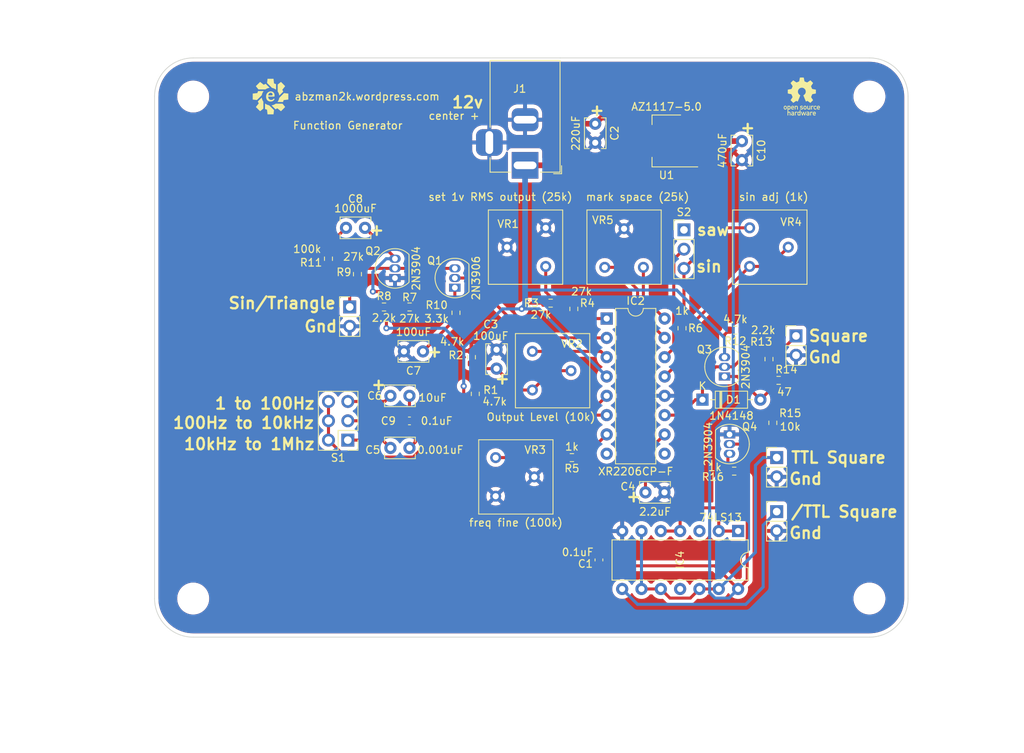
<source format=kicad_pcb>
(kicad_pcb (version 20211014) (generator pcbnew)
  (layers (0 "F.Cu" signal) (31 "B.Cu" signal) (34 "B.Paste" user) (35 "F.Paste" user) (36 "B.SilkS" user "B.Silkscreen") (37 "F.SilkS" user "F.Silkscreen") (38 "B.Mask" user) (39 "F.Mask" user) (44 "Edge.Cuts" user))
  (net 0 "")
  (net 1 "+12V")
  (net 2 "GND")
  (net 3 "Net-(VR2-Pad1)")
  (net 4 "Net-(C4-Pad1)")
  (net 5 "Net-(C5-Pad1)")
  (net 6 "Net-(C5-Pad2)")
  (net 7 "Net-(C6-Pad2)")
  (net 8 "Net-(C7-Pad1)")
  (net 9 "Net-(Q2-Pad3)")
  (net 10 "/sin{slash}triangle")
  (net 11 "Net-(C9-Pad2)")
  (net 12 "Net-(IC4-Pad14)")
  (net 13 "Net-(R12-Pad1)")
  (net 14 "Net-(Q3-Pad1)")
  (net 15 "Net-(R4-Pad2)")
  (net 17 "Net-(Q1-Pad2)")
  (net 18 "Net-(VR2-Pad3)")
  (net 19 "Net-(VR4-Pad2)")
  (net 20 "Net-(S2-Pad2)")
  (net 21 "Net-(R5-Pad1)")
  (net 23 "Net-(IC4-Pad1)")
  (net 24 "/inverse ttl square")
  (net 25 "/ttl square")
  (net 26 "Net-(Q2-Pad2)")
  (net 27 "Net-(R7-Pad1)")
  (net 28 "Net-(Q4-Pad2)")
  (net 29 "Net-(R4-Pad1)")
  (net 30 "Net-(R5-Pad2)")
  (net 31 "/square")
  (net 33 "Net-(IC2-Pad15)")
  (net 34 "Net-(IC2-Pad16)")
  (net 35 "Net-(R6-Pad1)")
  (net 36 "Net-(IC2-Pad6)")
  (footprint "Evan's misc parts:Evan Logo" (layer "F.Cu") (at 50.8 27.94)
    (fp_text reference "G***" hide)
    (fp_text value "LOGO" hide)
  )
  (footprint "Resistor_SMD:R_0603_1608Metric" (layer "F.Cu") (at 116.332 62.484 90)
    (fp_text reference "R13" (at 2.286 -1.016 180) (layer "F.SilkS"))
    (fp_text value "2.2k" (at 3.81 -0.762 180) (layer "F.SilkS"))
    (pad "1" smd roundrect locked (at -0.825 0 90) (size 0.8 0.95) (layers "F.Cu" "F.Paste" "F.Mask") (net 14 "Net-(Q3-Pad1)"))
    (pad "2" smd roundrect locked (at 0.825 0 90) (size 0.8 0.95) (layers "F.Cu" "F.Paste" "F.Mask") (net 2 "GND"))
  )
  (footprint "Resistor_SMD:R_0603_1608Metric" (layer "F.Cu") (at 111.908 58.674 180)
    (fp_text reference "R12" (at 0 -1.43) (layer "F.SilkS"))
    (fp_text value "4.7k" (at 0 1.43) (layer "F.SilkS"))
    (pad "1" smd roundrect locked (at -0.825 0 180) (size 0.8 0.95) (layers "F.Cu" "F.Paste" "F.Mask") (net 13 "Net-(R12-Pad1)"))
    (pad "2" smd roundrect locked (at 0.825 0 180) (size 0.8 0.95) (layers "F.Cu" "F.Paste" "F.Mask") (net 1 "+12V"))
  )
  (footprint "Resistor_SMD:R_0603_1608Metric" (layer "F.Cu") (at 116.84 70.866 90)
    (fp_text reference "R15" (at 1.27 2.286 180) (layer "F.SilkS"))
    (fp_text value "10k" (at -0.508 2.286 180) (layer "F.SilkS"))
    (pad "1" smd roundrect locked (at -0.825 0 90) (size 0.8 0.95) (layers "F.Cu" "F.Paste" "F.Mask") (net 28 "Net-(Q4-Pad2)"))
    (pad "2" smd roundrect locked (at 0.825 0 90) (size 0.8 0.95) (layers "F.Cu" "F.Paste" "F.Mask") (net 31 "/square"))
  )
  (footprint "Capacitor_THT:C_Disc_D3.8mm_W2.6mm_P2.50mm" (layer "F.Cu") (at 93.492 31.516 -90)
    (fp_text reference "C2" (at 1.25 -2.55 90) (layer "F.SilkS"))
    (fp_text value "220uF" (at 1.25 2.55 90) (layer "F.SilkS"))
    (pad "1" thru_hole circle locked (at 0 0 270) (size 1.6 1.6) (drill 0.8) (layers *.Cu *.Mask) (net 1 "+12V"))
    (pad "2" thru_hole circle locked (at 2.5 0 270) (size 1.6 1.6) (drill 0.8) (layers *.Cu *.Mask) (net 2 "GND"))
  )
  (footprint "Connector_PinHeader_2.54mm:PinHeader_2x03_P2.54mm_Vertical" (layer "F.Cu") (at 60.965 73.137 180)
    (fp_text reference "S1" (at 1.27 -2.33) (layer "F.SilkS"))
    (fp_text value "Range SW")
    (pad "1" thru_hole rect locked (at 0 0 180) (size 1.7 1.7) (drill 1) (layers *.Cu *.Mask) (net 6 "Net-(C5-Pad2)"))
    (pad "2" thru_hole oval locked (at 2.54 0 180) (size 1.7 1.7) (drill 1) (layers *.Cu *.Mask) (net 36 "Net-(IC2-Pad6)"))
    (pad "3" thru_hole oval locked (at 0 2.54 180) (size 1.7 1.7) (drill 1) (layers *.Cu *.Mask) (net 11 "Net-(C9-Pad2)"))
    (pad "4" thru_hole oval locked (at 2.54 2.54 180) (size 1.7 1.7) (drill 1) (layers *.Cu *.Mask) (net 36 "Net-(IC2-Pad6)"))
    (pad "5" thru_hole oval locked (at 0 5.08 180) (size 1.7 1.7) (drill 1) (layers *.Cu *.Mask) (net 7 "Net-(C6-Pad2)"))
    (pad "6" thru_hole oval locked (at 2.54 5.08 180) (size 1.7 1.7) (drill 1) (layers *.Cu *.Mask) (net 36 "Net-(IC2-Pad6)"))
  )
  (footprint "Package_TO_SOT_THT:TO-92_Inline" (layer "F.Cu") (at 110.49 64.77 90)
    (fp_text reference "Q3" (at 3.556 -2.646 180) (layer "F.SilkS"))
    (fp_text value "2N3904" (at 1.27 2.79 90) (layer "F.SilkS"))
    (pad "1" thru_hole rect locked (at 0 0 90) (size 1.05 1.5) (drill 0.75) (layers *.Cu *.Mask) (net 14 "Net-(Q3-Pad1)"))
    (pad "2" thru_hole oval locked (at 1.27 0 90) (size 1.05 1.5) (drill 0.75) (layers *.Cu *.Mask) (net 13 "Net-(R12-Pad1)"))
    (pad "3" thru_hole oval locked (at 2.54 0 90) (size 1.05 1.5) (drill 0.75) (layers *.Cu *.Mask) (net 1 "+12V"))
  )
  (footprint "Connector_PinHeader_2.54mm:PinHeader_1x02_P2.54mm_Vertical" (layer "F.Cu") (at 61.214 55.621)
    (fp_text reference "J5" hide)
    (fp_text value "Conn_01x02")
    (pad "1" thru_hole rect locked (at 0 0) (size 1.7 1.7) (drill 1) (layers *.Cu *.Mask) (net 10 "/sin{slash}triangle"))
    (pad "2" thru_hole oval locked (at 0 2.54) (size 1.7 1.7) (drill 1) (layers *.Cu *.Mask) (net 2 "GND"))
  )
  (footprint "Resistor_SMD:R_0603_1608Metric" (layer "F.Cu") (at 69.088 55.626 180)
    (fp_text reference "R7" (at 0 1.27) (layer "F.SilkS"))
    (fp_text value "27k" (at 0 -1.524) (layer "F.SilkS"))
    (pad "1" smd roundrect locked (at -0.825 0 180) (size 0.8 0.95) (layers "F.Cu" "F.Paste" "F.Mask") (net 27 "Net-(R7-Pad1)"))
    (pad "2" smd roundrect locked (at 0.825 0 180) (size 0.8 0.95) (layers "F.Cu" "F.Paste" "F.Mask") (net 9 "Net-(Q2-Pad3)"))
  )
  (footprint "Capacitor_THT:C_Disc_D3.8mm_W2.6mm_P2.50mm" (layer "F.Cu") (at 70.846 61.468 180)
    (fp_text reference "C7" (at 1.25 -2.55) (layer "F.SilkS"))
    (fp_text value "100uF" (at 1.25 2.55) (layer "F.SilkS"))
    (pad "1" thru_hole circle locked (at 0 0 180) (size 1.6 1.6) (drill 0.8) (layers *.Cu *.Mask) (net 8 "Net-(C7-Pad1)"))
    (pad "2" thru_hole circle locked (at 2.5 0 180) (size 1.6 1.6) (drill 0.8) (layers *.Cu *.Mask) (net 2 "GND"))
  )
  (footprint "Resistor_SMD:R_0603_1608Metric" (layer "F.Cu") (at 90.424 75.438 180)
    (fp_text reference "R5" (at 0 -1.43) (layer "F.SilkS"))
    (fp_text value "1k" (at 0 1.43) (layer "F.SilkS"))
    (pad "1" smd roundrect locked (at -0.825 0 180) (size 0.8 0.95) (layers "F.Cu" "F.Paste" "F.Mask") (net 21 "Net-(R5-Pad1)"))
    (pad "2" smd roundrect locked (at 0.825 0 180) (size 0.8 0.95) (layers "F.Cu" "F.Paste" "F.Mask") (net 30 "Net-(R5-Pad2)"))
  )
  (footprint "Potentiometer_THT:Potentiometer_Bourns_3386F_Vertical" (layer "F.Cu") (at 113.792 50.292)
    (fp_text reference "VR4" (at 5.449 -5.842) (layer "F.SilkS"))
    (fp_text value "sin adj (1k)" (at 3.163 -9.144) (layer "F.SilkS"))
    (pad "1" thru_hole circle locked (at 0 0) (size 1.44 1.44) (drill 0.8) (layers *.Cu *.Mask) (net 19 "Net-(VR4-Pad2)"))
    (pad "2" thru_hole circle locked (at 5.08 -2.54) (size 1.44 1.44) (drill 0.8) (layers *.Cu *.Mask) (net 19 "Net-(VR4-Pad2)"))
    (pad "3" thru_hole circle locked (at 0 -5.08) (size 1.44 1.44) (drill 0.8) (layers *.Cu *.Mask) (net 35 "Net-(R6-Pad1)"))
  )
  (footprint "Resistor_SMD:R_0603_1608Metric" (layer "F.Cu") (at 65.723 55.626)
    (fp_text reference "R8" (at 0 -1.43) (layer "F.SilkS"))
    (fp_text value "2.2k" (at 0 1.43) (layer "F.SilkS"))
    (pad "1" smd roundrect locked (at -0.825 0) (size 0.8 0.95) (layers "F.Cu" "F.Paste" "F.Mask") (net 1 "+12V"))
    (pad "2" smd roundrect locked (at 0.825 0) (size 0.8 0.95) (layers "F.Cu" "F.Paste" "F.Mask") (net 9 "Net-(Q2-Pad3)"))
  )
  (footprint "Capacitor_THT:C_Disc_D3.8mm_W2.6mm_P2.50mm" (layer "F.Cu") (at 69.068 74.168 180)
    (fp_text reference "C5" (at 4.826 -0.254) (layer "F.SilkS"))
    (fp_text value "0.001uF" (at -4.064 -0.254) (layer "F.SilkS"))
    (pad "1" thru_hole circle locked (at 0 0 180) (size 1.6 1.6) (drill 0.8) (layers *.Cu *.Mask) (net 5 "Net-(C5-Pad1)"))
    (pad "2" thru_hole circle locked (at 2.5 0 180) (size 1.6 1.6) (drill 0.8) (layers *.Cu *.Mask) (net 6 "Net-(C5-Pad2)"))
  )
  (footprint "Evan's misc parts:OSHW gear" (layer "F.Cu") (at 120.65 27.94)
    (fp_text reference "G***" hide)
    (fp_text value "LOGO" hide)
  )
  (footprint "Potentiometer_THT:Potentiometer_Bourns_3386F_Vertical" (layer "F.Cu") (at 86.983 45.212 180)
    (fp_text reference "VR1" (at 4.941 0.508) (layer "F.SilkS"))
    (fp_text value "set 1v RMS output (25k)" (at 5.957 4.064) (layer "F.SilkS"))
    (pad "1" thru_hole circle locked (at 0 0 180) (size 1.44 1.44) (drill 0.8) (layers *.Cu *.Mask) (net 2 "GND"))
    (pad "2" thru_hole circle locked (at 5.08 -2.54 180) (size 1.44 1.44) (drill 0.8) (layers *.Cu *.Mask) (net 2 "GND"))
    (pad "3" thru_hole circle locked (at 0 -5.08 180) (size 1.44 1.44) (drill 0.8) (layers *.Cu *.Mask) (net 29 "Net-(R4-Pad1)"))
  )
  (footprint "Potentiometer_THT:Potentiometer_Bourns_3386F_Vertical" (layer "F.Cu") (at 85.229 66.548)
    (fp_text reference "VR2" (at 5.195 -6.096) (layer "F.SilkS"))
    (fp_text value "Output Level (10k)" (at 1.131 3.556) (layer "F.SilkS"))
    (pad "1" thru_hole circle locked (at 0 0) (size 1.44 1.44) (drill 0.8) (layers *.Cu *.Mask) (net 3 "Net-(VR2-Pad1)"))
    (pad "2" thru_hole circle locked (at 5.08 -2.54) (size 1.44 1.44) (drill 0.8) (layers *.Cu *.Mask) (net 3 "Net-(VR2-Pad1)"))
    (pad "3" thru_hole circle locked (at 0 -5.08) (size 1.44 1.44) (drill 0.8) (layers *.Cu *.Mask) (net 18 "Net-(VR2-Pad3)"))
  )
  (footprint "Resistor_SMD:R_0603_1608Metric" (layer "F.Cu") (at 77.216 62.23 90)
    (fp_text reference "R2" (at 0.254 -2.032 180) (layer "F.SilkS"))
    (fp_text value "4.7k" (at 2.032 -2.54 180) (layer "F.SilkS"))
    (pad "1" smd roundrect locked (at -0.825 0 90) (size 0.8 0.95) (layers "F.Cu" "F.Paste" "F.Mask") (net 3 "Net-(VR2-Pad1)"))
    (pad "2" smd roundrect locked (at 0.825 0 90) (size 0.8 0.95) (layers "F.Cu" "F.Paste" "F.Mask") (net 2 "GND"))
  )
  (footprint "Resistor_SMD:R_0603_1608Metric" (layer "F.Cu") (at 62.23 51.308 -90)
    (fp_text reference "R9" (at -0.254 1.778 180) (layer "F.SilkS"))
    (fp_text value "27k" (at -2.286 0.508 180) (layer "F.SilkS"))
    (pad "1" smd roundrect locked (at -0.825 0 270) (size 0.8 0.95) (layers "F.Cu" "F.Paste" "F.Mask") (net 26 "Net-(Q2-Pad2)"))
    (pad "2" smd roundrect locked (at 0.825 0 270) (size 0.8 0.95) (layers "F.Cu" "F.Paste" "F.Mask") (net 2 "GND"))
  )
  (footprint "Package_TO_SOT_THT:TO-92_Inline" (layer "F.Cu") (at 111.146 72.39 -90)
    (fp_text reference "Q4" (at -1.016 -2.646 180) (layer "F.SilkS"))
    (fp_text value "2N3904" (at 1.27 2.79 90) (layer "F.SilkS"))
    (pad "1" thru_hole rect locked (at 0 0 270) (size 1.05 1.5) (drill 0.75) (layers *.Cu *.Mask) (net 2 "GND"))
    (pad "2" thru_hole oval locked (at 1.27 0 270) (size 1.05 1.5) (drill 0.75) (layers *.Cu *.Mask) (net 28 "Net-(Q4-Pad2)"))
    (pad "3" thru_hole oval locked (at 2.54 0 270) (size 1.05 1.5) (drill 0.75) (layers *.Cu *.Mask) (net 23 "Net-(IC4-Pad1)"))
  )
  (footprint "MountingHole:MountingHole_3.2mm_M3" (layer "F.Cu") (at 40.64 93.98)
    (fp_text reference "REF**" hide)
    (fp_text value "MountingHole_3.2mm_M3")
    (pad "" np_thru_hole circle locked (at 0 0) (size 3.2 3.2) (drill 3.2) (layers *.Cu *.Mask))
  )
  (footprint "Package_DIP:DIP-16_W7.62mm" (layer "F.Cu") (at 94.996 57.15)
    (fp_text reference "IC2" (at 3.81 -2.33) (layer "F.SilkS"))
    (fp_text value "XR2206CP-F" (at 3.81 20.11) (layer "F.SilkS"))
    (pad "1" thru_hole rect locked (at 0 0) (size 1.6 1.6) (drill 0.8) (layers *.Cu *.Mask) (net 15 "Net-(R4-Pad2)"))
    (pad "2" thru_hole oval locked (at 0 2.54) (size 1.6 1.6) (drill 0.8) (layers *.Cu *.Mask) (net 17 "Net-(Q1-Pad2)"))
    (pad "3" thru_hole oval locked (at 0 5.08) (size 1.6 1.6) (drill 0.8) (layers *.Cu *.Mask) (net 18 "Net-(VR2-Pad3)"))
    (pad "4" thru_hole oval locked (at 0 7.62) (size 1.6 1.6) (drill 0.8) (layers *.Cu *.Mask) (net 1 "+12V"))
    (pad "5" thru_hole oval locked (at 0 10.16) (size 1.6 1.6) (drill 0.8) (layers *.Cu *.Mask) (net 5 "Net-(C5-Pad1)"))
    (pad "6" thru_hole oval locked (at 0 12.7) (size 1.6 1.6) (drill 0.8) (layers *.Cu *.Mask) (net 36 "Net-(IC2-Pad6)"))
    (pad "7" thru_hole oval locked (at 0 15.24) (size 1.6 1.6) (drill 0.8) (layers *.Cu *.Mask) (net 21 "Net-(R5-Pad1)"))
    (pad "8" thru_hole oval locked (at 0 17.78) (size 1.6 1.6) (drill 0.8) (layers *.Cu *.Mask))
    (pad "9" thru_hole oval locked (at 7.62 17.78) (size 1.6 1.6) (drill 0.8) (layers *.Cu *.Mask))
    (pad "10" thru_hole oval locked (at 7.62 15.24) (size 1.6 1.6) (drill 0.8) (layers *.Cu *.Mask) (net 4 "Net-(C4-Pad1)"))
    (pad "11" thru_hole oval locked (at 7.62 12.7) (size 1.6 1.6) (drill 0.8) (layers *.Cu *.Mask) (net 13 "Net-(R12-Pad1)"))
    (pad "12" thru_hole oval locked (at 7.62 10.16) (size 1.6 1.6) (drill 0.8) (layers *.Cu *.Mask) (net 2 "GND"))
    (pad "13" thru_hole oval locked (at 7.62 7.62) (size 1.6 1.6) (drill 0.8) (layers *.Cu *.Mask) (net 19 "Net-(VR4-Pad2)"))
    (pad "14" thru_hole oval locked (at 7.62 5.08) (size 1.6 1.6) (drill 0.8) (layers *.Cu *.Mask) (net 20 "Net-(S2-Pad2)"))
    (pad "15" thru_hole oval locked (at 7.62 2.54) (size 1.6 1.6) (drill 0.8) (layers *.Cu *.Mask) (net 33 "Net-(IC2-Pad15)"))
    (pad "16" thru_hole oval locked (at 7.62 0) (size 1.6 1.6) (drill 0.8) (layers *.Cu *.Mask) (net 34 "Net-(IC2-Pad16)"))
  )
  (footprint "Capacitor_THT:C_Disc_D3.8mm_W2.6mm_P2.50mm" (layer "F.Cu") (at 80.518 63.734 90)
    (fp_text reference "C3" (at 5.822 -0.762 180) (layer "F.SilkS"))
    (fp_text value "100uF" (at 4.298 -0.762 180) (layer "F.SilkS"))
    (pad "1" thru_hole circle locked (at 0 0 90) (size 1.6 1.6) (drill 0.8) (layers *.Cu *.Mask) (net 3 "Net-(VR2-Pad1)"))
    (pad "2" thru_hole circle locked (at 2.5 0 90) (size 1.6 1.6) (drill 0.8) (layers *.Cu *.Mask) (net 2 "GND"))
  )
  (footprint "Connector_PinHeader_2.54mm:PinHeader_1x03_P2.54mm_Vertical" (layer "F.Cu") (at 105.156 45.481)
    (fp_text reference "S2" (at 0 -2.33) (layer "F.SilkS"))
    (fp_text value "SIN/SAW")
    (pad "1" thru_hole rect locked (at 0 0) (size 1.7 1.7) (drill 1) (layers *.Cu *.Mask))
    (pad "2" thru_hole oval locked (at 0 2.54) (size 1.7 1.7) (drill 1) (layers *.Cu *.Mask) (net 20 "Net-(S2-Pad2)"))
    (pad "3" thru_hole oval locked (at 0 5.08) (size 1.7 1.7) (drill 1) (layers *.Cu *.Mask) (net 35 "Net-(R6-Pad1)"))
  )
  (footprint "Resistor_SMD:R_0603_1608Metric" (layer "F.Cu") (at 90.678 55.88 -90)
    (fp_text reference "R4" (at -0.762 -1.778 180) (layer "F.SilkS"))
    (fp_text value "27k" (at -2.286 -1.016 180) (layer "F.SilkS"))
    (pad "1" smd roundrect locked (at -0.825 0 270) (size 0.8 0.95) (layers "F.Cu" "F.Paste" "F.Mask") (net 29 "Net-(R4-Pad1)"))
    (pad "2" smd roundrect locked (at 0.825 0 270) (size 0.8 0.95) (layers "F.Cu" "F.Paste" "F.Mask") (net 15 "Net-(R4-Pad2)"))
  )
  (footprint "Capacitor_THT:C_Disc_D3.8mm_W2.6mm_P2.50mm" (layer "F.Cu") (at 69.068 67.31 180)
    (fp_text reference "C6" (at 4.572 0) (layer "F.SilkS"))
    (fp_text value "10uF" (at -3.048 -0.254) (layer "F.SilkS"))
    (pad "1" thru_hole circle locked (at 0 0 180) (size 1.6 1.6) (drill 0.8) (layers *.Cu *.Mask) (net 5 "Net-(C5-Pad1)"))
    (pad "2" thru_hole circle locked (at 2.5 0 180) (size 1.6 1.6) (drill 0.8) (layers *.Cu *.Mask) (net 7 "Net-(C6-Pad2)"))
  )
  (footprint "MountingHole:MountingHole_3.2mm_M3" (layer "F.Cu") (at 129.54 27.94)
    (fp_text reference "REF**" hide)
    (fp_text value "MountingHole_3.2mm_M3")
    (pad "" np_thru_hole circle locked (at 0 0) (size 3.2 3.2) (drill 3.2) (layers *.Cu *.Mask))
  )
  (footprint "Connector_PinHeader_2.54mm:PinHeader_1x02_P2.54mm_Vertical" (layer "F.Cu") (at 117.348 82.545)
    (fp_text reference "J3" hide)
    (fp_text value "Conn_01x02")
    (pad "1" thru_hole rect locked (at 0 0) (size 1.7 1.7) (drill 1) (layers *.Cu *.Mask) (net 24 "/inverse ttl square"))
    (pad "2" thru_hole oval locked (at 0 2.54) (size 1.7 1.7) (drill 1) (layers *.Cu *.Mask) (net 2 "GND"))
  )
  (footprint "Capacitor_SMD:C_0603_1608Metric" (layer "F.Cu") (at 69.068 70.612 180)
    (fp_text reference "C9" (at 2.774 0 180) (layer "F.SilkS"))
    (fp_text value "0.1uF" (at -3.576 0 180) (layer "F.SilkS"))
    (pad "1" smd roundrect locked (at -0.775 0 180) (size 0.9 0.95) (layers "F.Cu" "F.Paste" "F.Mask") (net 5 "Net-(C5-Pad1)"))
    (pad "2" smd roundrect locked (at 0.775 0 180) (size 0.9 0.95) (layers "F.Cu" "F.Paste" "F.Mask") (net 11 "Net-(C9-Pad2)"))
  )
  (footprint "Capacitor_THT:C_Disc_D3.8mm_W2.6mm_P2.50mm" (layer "F.Cu") (at 100.096 80.01)
    (fp_text reference "C4" (at -2.306 -0.762) (layer "F.SilkS"))
    (fp_text value "2.2uF" (at 1.25 2.55) (layer "F.SilkS"))
    (pad "1" thru_hole circle locked (at 0 0) (size 1.6 1.6) (drill 0.8) (layers *.Cu *.Mask) (net 4 "Net-(C4-Pad1)"))
    (pad "2" thru_hole circle locked (at 2.5 0) (size 1.6 1.6) (drill 0.8) (layers *.Cu *.Mask) (net 2 "GND"))
  )
  (footprint "Connector_BarrelJack:BarrelJack_Horizontal" (layer "F.Cu") (at 84.2695 36.988 -90)
    (fp_text reference "J1" (at -10.064 0.7035 180) (layer "F.SilkS"))
    (fp_text value "Barrel_Jack_Switch")
    (pad "1" thru_hole rect locked (at 0 0 270) (size 3.5 3.5) (drill oval 1 3) (layers *.Cu *.Mask) (net 1 "+12V"))
    (pad "2" thru_hole roundrect locked (at -6 0 270) (size 3 3.5) (drill oval 1 3) (layers *.Cu *.Mask) (net 2 "GND"))
    (pad "3" thru_hole roundrect locked (at -3 4.7 270) (size 3.5 3.5) (drill oval 3 1) (layers *.Cu *.Mask) (net 2 "GND"))
  )
  (footprint "Resistor_SMD:R_0603_1608Metric" (layer "F.Cu") (at 87.63 55.118)
    (fp_text reference "R3" (at -2.54 0) (layer "F.SilkS"))
    (fp_text value "27k" (at -1.27 1.524) (layer "F.SilkS"))
    (pad "1" smd roundrect locked (at -0.825 0) (size 0.8 0.95) (layers "F.Cu" "F.Paste" "F.Mask") (net 1 "+12V"))
    (pad "2" smd roundrect locked (at 0.825 0) (size 0.8 0.95) (layers "F.Cu" "F.Paste" "F.Mask") (net 29 "Net-(R4-Pad1)"))
  )
  (footprint "Potentiometer_THT:Potentiometer_Bourns_3386F_Vertical" (layer "F.Cu") (at 80.403 80.518)
    (fp_text reference "VR3" (at 5.195 -6.096) (layer "F.SilkS"))
    (fp_text value "freq fine (100k)" (at 2.655 3.475) (layer "F.SilkS"))
    (pad "1" thru_hole circle locked (at 0 0) (size 1.44 1.44) (drill 0.8) (layers *.Cu *.Mask) (net 2 "GND"))
    (pad "2" thru_hole circle locked (at 5.08 -2.54) (size 1.44 1.44) (drill 0.8) (layers *.Cu *.Mask) (net 2 "GND"))
    (pad "3" thru_hole circle locked (at 0 -5.08) (size 1.44 1.44) (drill 0.8) (layers *.Cu *.Mask) (net 30 "Net-(R5-Pad2)"))
  )
  (footprint "Potentiometer_THT:Potentiometer_Bourns_3386F_Vertical" (layer "F.Cu") (at 99.822 50.407 90)
    (fp_text reference "VR5" (at 6.211 -5.334 180) (layer "F.SilkS"))
    (fp_text value "mark space (25k)" (at 9.259 -0.762 180) (layer "F.SilkS"))
    (pad "1" thru_hole circle locked (at 0 0 90) (size 1.44 1.44) (drill 0.8) (layers *.Cu *.Mask) (net 34 "Net-(IC2-Pad16)"))
    (pad "2" thru_hole circle locked (at 5.08 -2.54 90) (size 1.44 1.44) (drill 0.8) (layers *.Cu *.Mask) (net 2 "GND"))
    (pad "3" thru_hole circle locked (at 0 -5.08 90) (size 1.44 1.44) (drill 0.8) (layers *.Cu *.Mask) (net 33 "Net-(IC2-Pad15)"))
  )
  (footprint "Package_DIP:DIP-14_W7.62mm" (layer "F.Cu") (at 112.273 85.1 -90)
    (fp_text reference "IC4" (at 3.81 7.625 90) (layer "F.SilkS"))
    (fp_text value "74LS13" (at -1.788 2.291 180) (layer "F.SilkS"))
    (pad "1" thru_hole rect locked (at 0 0 270) (size 1.6 1.6) (drill 0.8) (layers *.Cu *.Mask) (net 23 "Net-(IC4-Pad1)"))
    (pad "2" thru_hole oval locked (at 0 2.54 270) (size 1.6 1.6) (drill 0.8) (layers *.Cu *.Mask) (net 23 "Net-(IC4-Pad1)"))
    (pad "3" thru_hole oval locked (at 0 5.08 270) (size 1.6 1.6) (drill 0.8) (layers *.Cu *.Mask))
    (pad "4" thru_hole oval locked (at 0 7.62 270) (size 1.6 1.6) (drill 0.8) (layers *.Cu *.Mask) (net 23 "Net-(IC4-Pad1)"))
    (pad "5" thru_hole oval locked (at 0 10.16 270) (size 1.6 1.6) (drill 0.8) (layers *.Cu *.Mask) (net 23 "Net-(IC4-Pad1)"))
    (pad "6" thru_hole oval locked (at 0 12.7 270) (size 1.6 1.6) (drill 0.8) (layers *.Cu *.Mask) (net 25 "/ttl square"))
    (pad "7" thru_hole oval locked (at 0 15.24 270) (size 1.6 1.6) (drill 0.8) (layers *.Cu *.Mask) (net 2 "GND"))
    (pad "8" thru_hole oval locked (at 7.62 15.24 270) (size 1.6 1.6) (drill 0.8) (layers *.Cu *.Mask) (net 24 "/inverse ttl square"))
    (pad "9" thru_hole oval locked (at 7.62 12.7 270) (size 1.6 1.6) (drill 0.8) (layers *.Cu *.Mask) (net 25 "/ttl square"))
    (pad "10" thru_hole oval locked (at 7.62 10.16 270) (size 1.6 1.6) (drill 0.8) (layers *.Cu *.Mask) (net 25 "/ttl square"))
    (pad "11" thru_hole oval locked (at 7.62 7.62 270) (size 1.6 1.6) (drill 0.8) (layers *.Cu *.Mask))
    (pad "12" thru_hole oval locked (at 7.62 5.08 270) (size 1.6 1.6) (drill 0.8) (layers *.Cu *.Mask) (net 25 "/ttl square"))
    (pad "13" thru_hole oval locked (at 7.62 2.54 270) (size 1.6 1.6) (drill 0.8) (layers *.Cu *.Mask) (net 25 "/ttl square"))
    (pad "14" thru_hole oval locked (at 7.62 0 270) (size 1.6 1.6) (drill 0.8) (layers *.Cu *.Mask) (net 12 "Net-(IC4-Pad14)"))
  )
  (footprint "Capacitor_THT:C_Disc_D3.8mm_W2.6mm_P2.50mm" (layer "F.Cu") (at 63.226 45.212 180)
    (fp_text reference "C8" (at 1.25 3.81) (layer "F.SilkS"))
    (fp_text value "1000uF" (at 1.25 2.55) (layer "F.SilkS"))
    (pad "1" thru_hole circle locked (at 0 0 180) (size 1.6 1.6) (drill 0.8) (layers *.Cu *.Mask) (net 9 "Net-(Q2-Pad3)"))
    (pad "2" thru_hole circle locked (at 2.5 0 180) (size 1.6 1.6) (drill 0.8) (layers *.Cu *.Mask) (net 10 "/sin{slash}triangle"))
  )
  (footprint "Package_TO_SOT_SMD:SOT-223-3_TabPin2" (layer "F.Cu") (at 102.87 33.782 180)
    (fp_text reference "U1" (at 0 -4.5) (layer "F.SilkS"))
    (fp_text value "AZ1117-5.0" (at 0 4.5) (layer "F.SilkS"))
    (pad "1" smd rect locked (at -3.15 -2.3 180) (size 2 1.5) (layers "F.Cu" "F.Paste" "F.Mask") (net 2 "GND"))
    (pad "2" smd rect locked (at 3.15 0 180) (size 2 3.8) (layers "F.Cu" "F.Paste" "F.Mask") (net 12 "Net-(IC4-Pad14)"))
    (pad "2" smd rect locked (at -3.15 0 180) (size 2 1.5) (layers "F.Cu" "F.Paste" "F.Mask") (net 12 "Net-(IC4-Pad14)"))
    (pad "3" smd rect locked (at -3.15 2.3 180) (size 2 1.5) (layers "F.Cu" "F.Paste" "F.Mask") (net 1 "+12V"))
  )
  (footprint "Capacitor_THT:C_Disc_D3.8mm_W2.6mm_P2.50mm" (layer "F.Cu") (at 112.776 33.802 -90)
    (fp_text reference "C10" (at 1.25 -2.55 90) (layer "F.SilkS"))
    (fp_text value "470uF" (at 1.25 2.55 90) (layer "F.SilkS"))
    (pad "1" thru_hole circle locked (at 0 0 270) (size 1.6 1.6) (drill 0.8) (layers *.Cu *.Mask) (net 12 "Net-(IC4-Pad14)"))
    (pad "2" thru_hole circle locked (at 2.5 0 270) (size 1.6 1.6) (drill 0.8) (layers *.Cu *.Mask) (net 2 "GND"))
  )
  (footprint "MountingHole:MountingHole_3.2mm_M3" (layer "F.Cu") (at 40.64 27.94)
    (fp_text reference "REF**" hide)
    (fp_text value "MountingHole_3.2mm_M3")
    (pad "" np_thru_hole circle locked (at 0 0) (size 3.2 3.2) (drill 3.2) (layers *.Cu *.Mask))
  )
  (footprint "Resistor_SMD:R_0603_1608Metric" (layer "F.Cu") (at 77.724 67.056 90)
    (fp_text reference "R1" (at 0.508 2.032 180) (layer "F.SilkS"))
    (fp_text value "4.7k" (at -1.016 2.54 180) (layer "F.SilkS"))
    (pad "1" smd roundrect locked (at -0.825 0 90) (size 0.8 0.95) (layers "F.Cu" "F.Paste" "F.Mask") (net 1 "+12V"))
    (pad "2" smd roundrect locked (at 0.825 0 90) (size 0.8 0.95) (layers "F.Cu" "F.Paste" "F.Mask") (net 3 "Net-(VR2-Pad1)"))
  )
  (footprint "Resistor_SMD:R_0603_1608Metric" (layer "F.Cu") (at 58.42 49.276 -90)
    (fp_text reference "R11" (at 0.508 2.286 180) (layer "F.SilkS"))
    (fp_text value "100k" (at -1.27 2.794 180) (layer "F.SilkS"))
    (pad "1" smd roundrect locked (at -0.825 0 270) (size 0.8 0.95) (layers "F.Cu" "F.Paste" "F.Mask") (net 10 "/sin{slash}triangle"))
    (pad "2" smd roundrect locked (at 0.825 0 270) (size 0.8 0.95) (layers "F.Cu" "F.Paste" "F.Mask") (net 2 "GND"))
  )
  (footprint "Package_TO_SOT_THT:TO-92_Inline" (layer "F.Cu") (at 75.036 53.086 90)
    (fp_text reference "Q1" (at 3.556 -2.646 180) (layer "F.SilkS"))
    (fp_text value "2N3906" (at 1.27 2.79 90) (layer "F.SilkS"))
    (pad "1" thru_hole rect locked (at 0 0 90) (size 1.05 1.5) (drill 0.75) (layers *.Cu *.Mask) (net 27 "Net-(R7-Pad1)"))
    (pad "2" thru_hole oval locked (at 1.27 0 90) (size 1.05 1.5) (drill 0.75) (layers *.Cu *.Mask) (net 17 "Net-(Q1-Pad2)"))
    (pad "3" thru_hole oval locked (at 2.54 0 90) (size 1.05 1.5) (drill 0.75) (layers *.Cu *.Mask) (net 26 "Net-(Q2-Pad2)"))
  )
  (footprint "Diode_THT:D_DO-35_SOD27_P7.62mm_Horizontal" (layer "F.Cu") (at 107.59 67.818)
    (fp_text reference "D1" (at 4.064 0) (layer "F.SilkS"))
    (fp_text value "1N4148" (at 3.81 2.12) (layer "F.SilkS"))
    (fp_text user "K" (at 0 -1.8) (layer "F.SilkS"))
    (pad "1" thru_hole rect locked (at 0 0) (size 1.6 1.6) (drill 0.8) (layers *.Cu *.Mask) (net 13 "Net-(R12-Pad1)"))
    (pad "2" thru_hole oval locked (at 7.62 0) (size 1.6 1.6) (drill 0.8) (layers *.Cu *.Mask) (net 14 "Net-(Q3-Pad1)"))
  )
  (footprint "Resistor_SMD:R_0603_1608Metric" (layer "F.Cu") (at 75.184 56.388 90)
    (fp_text reference "R10" (at 1.016 -2.54 180) (layer "F.SilkS"))
    (fp_text value "3.3k" (at -0.762 -2.54 180) (layer "F.SilkS"))
    (pad "1" smd roundrect locked (at -0.825 0 90) (size 0.8 0.95) (layers "F.Cu" "F.Paste" "F.Mask") (net 8 "Net-(C7-Pad1)"))
    (pad "2" smd roundrect locked (at 0.825 0 90) (size 0.8 0.95) (layers "F.Cu" "F.Paste" "F.Mask") (net 27 "Net-(R7-Pad1)"))
  )
  (footprint "MountingHole:MountingHole_3.2mm_M3" (layer "F.Cu") (at 129.54 93.98)
    (fp_text reference "REF**" hide)
    (fp_text value "MountingHole_3.2mm_M3")
    (pad "" np_thru_hole circle locked (at 0 0) (size 3.2 3.2) (drill 3.2) (layers *.Cu *.Mask))
  )
  (footprint "Resistor_SMD:R_0603_1608Metric" (layer "F.Cu") (at 117.602 65.278)
    (fp_text reference "R14" (at 1.016 -1.43) (layer "F.SilkS"))
    (fp_text value "47" (at 0.762 1.524) (layer "F.SilkS"))
    (pad "1" smd roundrect locked (at -0.825 0) (size 0.8 0.95) (layers "F.Cu" "F.Paste" "F.Mask") (net 14 "Net-(Q3-Pad1)"))
    (pad "2" smd roundrect locked (at 0.825 0) (size 0.8 0.95) (layers "F.Cu" "F.Paste" "F.Mask") (net 31 "/square"))
  )
  (footprint "Resistor_SMD:R_0603_1608Metric" (layer "F.Cu") (at 104.902 58.42 -90)
    (fp_text reference "R6" (at 0 -1.778 180) (layer "F.SilkS"))
    (fp_text value "1k" (at -2.286 0 180) (layer "F.SilkS"))
    (pad "1" smd roundrect locked (at -0.825 0 270) (size 0.8 0.95) (layers "F.Cu" "F.Paste" "F.Mask") (net 35 "Net-(R6-Pad1)"))
    (pad "2" smd roundrect locked (at 0.825 0 270) (size 0.8 0.95) (layers "F.Cu" "F.Paste" "F.Mask") (net 19 "Net-(VR4-Pad2)"))
  )
  (footprint "Capacitor_SMD:C_0603_1608Metric" (layer "F.Cu") (at 93.98 88.9 90)
    (fp_text reference "C1" (at -0.508 -1.778 180) (layer "F.SilkS"))
    (fp_text value "0.1uF" (at 1.016 -2.794 180) (layer "F.SilkS"))
    (pad "1" smd roundrect locked (at -0.775 0 90) (size 0.9 0.95) (layers "F.Cu" "F.Paste" "F.Mask") (net 12 "Net-(IC4-Pad14)"))
    (pad "2" smd roundrect locked (at 0.775 0 90) (size 0.9 0.95) (layers "F.Cu" "F.Paste" "F.Mask") (net 2 "GND"))
  )
  (footprint "Connector_PinHeader_2.54mm:PinHeader_1x02_P2.54mm_Vertical" (layer "F.Cu") (at 119.888 59.431)
    (fp_text reference "J4" hide)
    (fp_text value "Conn_01x02")
    (pad "1" thru_hole rect locked (at 0 0) (size 1.7 1.7) (drill 1) (layers *.Cu *.Mask) (net 31 "/square"))
    (pad "2" thru_hole oval locked (at 0 2.54) (size 1.7 1.7) (drill 1) (layers *.Cu *.Mask) (net 2 "GND"))
  )
  (footprint "Connector_PinHeader_2.54mm:PinHeader_1x02_P2.54mm_Vertical" (layer "F.Cu") (at 117.348 75.433)
    (fp_text reference "J2" hide)
    (fp_text value "Conn_01x02")
    (pad "1" thru_hole rect locked (at 0 0) (size 1.7 1.7) (drill 1) (layers *.Cu *.Mask) (net 25 "/ttl square"))
    (pad "2" thru_hole oval locked (at 0 2.54) (size 1.7 1.7) (drill 1) (layers *.Cu *.Mask) (net 2 "GND"))
  )
  (footprint "Resistor_SMD:R_0603_1608Metric" (layer "F.Cu") (at 111.76 77.216 180)
    (fp_text reference "R16" (at 2.794 -0.762) (layer "F.SilkS"))
    (fp_text value "1k" (at 2.54 0.508) (layer "F.SilkS"))
    (pad "1" smd roundrect locked (at -0.825 0 180) (size 0.8 0.95) (layers "F.Cu" "F.Paste" "F.Mask") (net 12 "Net-(IC4-Pad14)"))
    (pad "2" smd roundrect locked (at 0.825 0 180) (size 0.8 0.95) (layers "F.Cu" "F.Paste" "F.Mask") (net 23 "Net-(IC4-Pad1)"))
  )
  (footprint "Package_TO_SOT_THT:TO-92_Inline" (layer "F.Cu") (at 67.162 51.816 90)
    (fp_text reference "Q2" (at 3.556 -2.9 180) (layer "F.SilkS"))
    (fp_text value "2N3904" (at 1.27 2.79 90) (layer "F.SilkS"))
    (pad "1" thru_hole rect locked (at 0 0 90) (size 1.05 1.5) (drill 0.75) (layers *.Cu *.Mask) (net 2 "GND"))
    (pad "2" thru_hole oval locked (at 1.27 0 90) (size 1.05 1.5) (drill 0.75) (layers *.Cu *.Mask) (net 26 "Net-(Q2-Pad2)"))
    (pad "3" thru_hole oval locked (at 2.54 0 90) (size 1.05 1.5) (drill 0.75) (layers *.Cu *.Mask) (net 9 "Net-(Q2-Pad3)"))
  )
  (gr_line (start 88.9 22.86) (end 129.54 22.86) (layer "Edge.Cuts") (width 0.1))
  (gr_line (start 134.62 93.98) (end 134.62 27.94) (layer "Edge.Cuts") (width 0.1))
  (gr_line (start 40.64 22.86) (end 88.9 22.86) (layer "Edge.Cuts") (width 0.1))
  (gr_line (start 35.56 93.98) (end 35.56 27.94) (layer "Edge.Cuts") (width 0.1))
  (gr_line (start 40.64 99.06) (end 129.54 99.06) (layer "Edge.Cuts") (width 0.1))
  (gr_arc (start 129.54 22.86) (mid 133.132102 24.347898) (end 134.62 27.94) (layer "Edge.Cuts") (width 0.1))
  (gr_arc (start 40.64 99.06) (mid 37.047898 97.572102) (end 35.56 93.98) (layer "Edge.Cuts") (width 0.1))
  (gr_arc (start 134.62 93.98) (mid 133.132102 97.572102) (end 129.54 99.06) (layer "Edge.Cuts") (width 0.1))
  (gr_arc (start 35.56 27.94) (mid 37.047898 24.347898) (end 40.64 22.86) (layer "Edge.Cuts") (width 0.1))
  (gr_text "Sin/Triangle" (at 52.324 55.118) (layer "F.SilkS") (effects (font (size 1.5 1.5) (thickness 0.3))))
  (gr_text "+" (at 93.726 29.718) (layer "F.SilkS") (effects (font (size 1.5 1.5) (thickness 0.3))))
  (gr_text "10kHz to 1Mhz" (at 48.006 73.66) (layer "F.SilkS") (effects (font (size 1.5 1.5) (thickness 0.3))))
  (gr_text "sin" (at 108.458 50.292) (layer "F.SilkS") (effects (font (size 1.5 1.5) (thickness 0.3))))
  (gr_text "Gnd" (at 121.158 85.344) (layer "F.SilkS") (effects (font (size 1.5 1.5) (thickness 0.3))))
  (gr_text "/TTL Square" (at 126.238 82.55) (layer "F.SilkS") (effects (font (size 1.5 1.5) (thickness 0.3))))
  (gr_text "+" (at 64.77 45.466) (layer "F.SilkS") (effects (font (size 1.5 1.5) (thickness 0.3))))
  (gr_text "+" (at 81.28 65.024) (layer "F.SilkS") (effects (font (size 1.5 1.5) (thickness 0.3))))
  (gr_text "Gnd" (at 123.698 62.22) (layer "F.SilkS") (effects (font (size 1.5 1.5) (thickness 0.3))))
  (gr_text "+" (at 65.024 65.786) (layer "F.SilkS") (effects (font (size 1.5 1.5) (thickness 0.3))))
  (gr_text "Gnd" (at 57.404 58.166) (layer "F.SilkS") (effects (font (size 1.5 1.5) (thickness 0.3))))
  (gr_text "+" (at 72.39 61.468) (layer "F.SilkS") (effects (font (size 1.5 1.5) (thickness 0.3))))
  (gr_text "Function Generator" (at 60.96 31.75) (layer "F.SilkS") (effects (font (size 1 1))))
  (gr_text "12v" (at 76.708 28.702) (layer "F.SilkS") (effects (font (size 1.5 1.5) (thickness 0.3))))
  (gr_text "Square" (at 125.476 59.426) (layer "F.SilkS") (effects (font (size 1.5 1.5) (thickness 0.3))))
  (gr_text "TTL Square" (at 125.476 75.433) (layer "F.SilkS") (effects (font (size 1.5 1.5) (thickness 0.3))))
  (gr_text "+" (at 113.538 32.004) (layer "F.SilkS") (effects (font (size 1.5 1.5) (thickness 0.3))))
  (gr_text "100Hz to 10kHz" (at 47.244 70.866) (layer "F.SilkS") (effects (font (size 1.5 1.5) (thickness 0.3))))
  (gr_text "Gnd" (at 121.158 78.227) (layer "F.SilkS") (effects (font (size 1.5 1.5) (thickness 0.3))))
  (gr_text "abzman2k.wordpress.com" (at 63.5 27.94) (layer "F.SilkS") (effects (font (size 1 1))))
  (gr_text "+" (at 98.552 80.518) (layer "F.SilkS") (effects (font (size 1.5 1.5) (thickness 0.3))))
  (gr_text "saw" (at 108.966 45.466) (layer "F.SilkS") (effects (font (size 1.5 1.5) (thickness 0.3))))
  (gr_text "1 to 100Hz" (at 50.038 68.326) (layer "F.SilkS") (effects (font (size 1.5 1.5) (thickness 0.3))))
  (gr_text "center +" (at 74.93 30.48) (layer "F.SilkS") (effects (font (size 1 1))))
  (segment (start 93.492 31.516) (end 94.291999 30.716001) (width 0.75) (layer "F.Cu") (net 1))
  (segment (start 77.724 67.881) (end 76.899 67.881) (width 0.4) (layer "F.Cu") (net 1))
  (segment (start 64.898 55.626) (end 66.04 56.768) (width 0.4) (layer "F.Cu") (net 1))
  (segment (start 88.9 35.56) (end 88.9 33.02) (width 0.75) (layer "F.Cu") (net 1))
  (segment (start 94.291999 30.716001) (end 105.254001 30.716001) (width 0.75) (layer "F.Cu") (net 1))
  (segment (start 76.899 67.881) (end 76.2 67.182) (width 0.4) (layer "F.Cu") (net 1))
  (segment (start 84.582 55.118) (end 83.82 55.88) (width 0.4) (layer "F.Cu") (net 1))
  (segment (start 88.9 33.02) (end 90.404 31.516) (width 0.75) (layer "F.Cu") (net 1))
  (segment (start 90.404 31.516) (end 93.492 31.516) (width 0.75) (layer "F.Cu") (net 1))
  (segment (start 110.49 59.267) (end 111.083 58.674) (width 0.4) (layer "F.Cu") (net 1))
  (segment (start 76.2 67.182) (end 76.2 66.04) (width 0.4) (layer "F.Cu") (net 1))
  (segment (start 66.04 56.768) (end 66.04 58.42) (width 0.4) (layer "F.Cu") (net 1))
  (segment (start 84.2695 36.988) (end 87.472 36.988) (width 0.75) (layer "F.Cu") (net 1))
  (segment (start 87.472 36.988) (end 88.9 35.56) (width 0.75) (layer "F.Cu") (net 1))
  (segment (start 110.49 62.23) (end 110.49 59.267) (width 0.4) (layer "F.Cu") (net 1))
  (segment (start 105.254001 30.716001) (end 106.02 31.482) (width 0.75) (layer "F.Cu") (net 1))
  (segment (start 86.805 55.118) (end 84.582 55.118) (width 0.4) (layer "F.Cu") (net 1))
  (via (at 83.82 55.88) (size 0.8) (drill 0.4) (layers "F.Cu" "B.Cu") (net 1))
  (via (at 66.04 58.42) (size 0.8) (drill 0.4) (layers "F.Cu" "B.Cu") (net 1))
  (via (at 76.2 66.04) (size 0.8) (drill 0.4) (layers "F.Cu" "B.Cu") (net 1))
  (segment (start 110.49 62.23) (end 110.49 59.69) (width 0.4) (layer "B.Cu") (net 1))
  (segment (start 104.1985 53.3985) (end 84.2695 53.3985) (width 0.4) (layer "B.Cu") (net 1))
  (segment (start 73.66 58.42) (end 66.04 58.42) (width 0.4) (layer "B.Cu") (net 1))
  (segment (start 81.28 55.88) (end 76.2 60.96) (width 0.4) (layer "B.Cu") (net 1))
  (segment (start 76.2 60.96) (end 76.2 66.04) (width 0.4) (layer "B.Cu") (net 1))
  (segment (start 84.2695 36.988) (end 84.2695 53.3985) (width 0.75) (layer "B.Cu") (net 1))
  (segment (start 84.2695 55.4305) (end 83.82 55.88) (width 0.75) (layer "B.Cu") (net 1))
  (segment (start 84.2695 53.3985) (end 84.2695 55.4305) (width 0.75) (layer "B.Cu") (net 1))
  (segment (start 110.49 59.69) (end 104.1985 53.3985) (width 0.4) (layer "B.Cu") (net 1))
  (segment (start 76.2 60.96) (end 73.66 58.42) (width 0.4) (layer "B.Cu") (net 1))
  (segment (start 94.996 64.77) (end 86.106 55.88) (width 0.4) (layer "B.Cu") (net 1))
  (segment (start 86.106 55.88) (end 83.82 55.88) (width 0.4) (layer "B.Cu") (net 1))
  (segment (start 83.82 55.88) (end 81.28 55.88) (width 0.4) (layer "B.Cu") (net 1))
  (segment (start 77.895 66.06) (end 77.895 63.734) (width 0.4) (layer "F.Cu") (net 3))
  (segment (start 77.895 63.734) (end 77.216 63.055) (width 0.4) (layer "F.Cu") (net 3))
  (segment (start 83.332 66.548) (end 80.518 63.734) (width 0.4) (layer "F.Cu") (net 3))
  (segment (start 80.518 63.734) (end 77.895 63.734) (width 0.4) (layer "F.Cu") (net 3))
  (segment (start 87.769 64.008) (end 85.229 66.548) (width 0.4) (layer "F.Cu") (net 3))
  (segment (start 90.309 64.008) (end 87.769 64.008) (width 0.4) (layer "F.Cu") (net 3))
  (segment (start 77.724 66.231) (end 77.895 66.06) (width 0.4) (layer "F.Cu") (net 3))
  (segment (start 85.229 66.548) (end 83.332 66.548) (width 0.4) (layer "F.Cu") (net 3))
  (segment (start 100.096 80.01) (end 100.096 74.91) (width 0.4) (layer "F.Cu") (net 4))
  (segment (start 100.096 74.91) (end 102.616 72.39) (width 0.4) (layer "F.Cu") (net 4))
  (segment (start 69.843 70.612) (end 69.843 73.393) (width 0.4) (layer "F.Cu") (net 5))
  (segment (start 94.996 67.31) (end 93.091 69.215) (width 0.4) (layer "F.Cu") (net 5))
  (segment (start 69.068 67.31) (end 69.068 69.068) (width 0.4) (layer "F.Cu") (net 5))
  (segment (start 69.068 69.068) (end 69.215 69.215) (width 0.4) (layer "F.Cu") (net 5))
  (segment (start 69.215 69.215) (end 69.843 69.843) (width 0.4) (layer "F.Cu") (net 5))
  (segment (start 69.843 73.393) (end 69.068 74.168) (width 0.4) (layer "F.Cu") (net 5))
  (segment (start 69.843 69.843) (end 69.843 70.612) (width 0.4) (layer "F.Cu") (net 5))
  (segment (start 93.091 69.215) (end 69.215 69.215) (width 0.4) (layer "F.Cu") (net 5))
  (segment (start 60.965 73.137) (end 65.537 73.137) (width 0.4) (layer "F.Cu") (net 6))
  (segment (start 65.537 73.137) (end 66.568 74.168) (width 0.4) (layer "F.Cu") (net 6))
  (segment (start 65.821 68.057) (end 66.568 67.31) (width 0.4) (layer "F.Cu") (net 7))
  (segment (start 60.965 68.057) (end 65.821 68.057) (width 0.4) (layer "F.Cu") (net 7))
  (segment (start 70.846 61.468) (end 75.101 57.213) (width 0.4) (layer "F.Cu") (net 8))
  (segment (start 75.101 57.213) (end 75.184 57.213) (width 0.4) (layer "F.Cu") (net 8))
  (segment (start 67.31 55.626) (end 68.263 55.626) (width 0.4) (layer "F.Cu") (net 9))
  (segment (start 67.162 49.276) (end 67.162 49.148) (width 0.4) (layer "F.Cu") (net 9))
  (segment (start 66.548 55.626) (end 67.31 55.626) (width 0.4) (layer "F.Cu") (net 9))
  (segment (start 67.31 55.626) (end 65.278 53.594) (width 0.4) (layer "F.Cu") (net 9))
  (segment (start 65.278 53.594) (end 64.262 53.594) (width 0.4) (layer "F.Cu") (net 9))
  (segment (start 67.162 49.148) (end 63.226 45.212) (width 0.4) (layer "F.Cu") (net 9))
  (via (at 64.262 53.594) (size 0.8) (drill 0.4) (layers "F.Cu" "B.Cu") (net 9))
  (segment (start 64.262 53.594) (end 64.262 51.026) (width 0.4) (layer "B.Cu") (net 9))
  (segment (start 66.012 49.276) (end 67.162 49.276) (width 0.4) (layer "B.Cu") (net 9))
  (segment (start 64.262 51.026) (end 66.012 49.276) (width 0.4) (layer "B.Cu") (net 9))
  (segment (start 61.214 55.621) (end 61.214 51.054) (width 0.4) (layer "F.Cu") (net 10))
  (segment (start 60.726 45.212) (end 58.42 47.518) (width 0.4) (layer "F.Cu") (net 10))
  (segment (start 61.214 51.054) (end 58.611 48.451) (width 0.4) (layer "F.Cu") (net 10))
  (segment (start 58.42 47.518) (end 58.42 48.451) (width 0.4) (layer "F.Cu") (net 10))
  (segment (start 58.611 48.451) (end 58.42 48.451) (width 0.4) (layer "F.Cu") (net 10))
  (segment (start 60.965 70.597) (end 68.278 70.597) (width 0.4) (layer "F.Cu") (net 11))
  (segment (start 68.278 70.597) (end 68.293 70.612) (width 0.4) (layer "F.Cu") (net 11))
  (segment (start 109.228 89.675) (end 93.98 89.675) (width 0.4) (layer "F.Cu") (net 12))
  (segment (start 113.472511 78.103511) (end 113.472511 91.520489) (width 0.4) (layer "F.Cu") (net 12))
  (segment (start 112.273 92.72) (end 109.228 89.675) (width 0.4) (layer "F.Cu") (net 12))
  (segment (start 99.74 33.802) (end 99.72 33.782) (width 0.75) (layer "F.Cu") (net 12))
  (segment (start 112.585 77.216) (end 113.472511 78.103511) (width 0.4) (layer "F.Cu") (net 12))
  (segment (start 112.776 33.802) (end 99.74 33.802) (width 0.75) (layer "F.Cu") (net 12))
  (segment (start 113.472511 91.520489) (end 112.273 92.72) (width 0.4) (layer "F.Cu") (net 12))
  (segment (start 108.533489 93.216855) (end 108.533489 71.160511) (width 0.4) (layer "B.Cu") (net 12))
  (segment (start 111.639511 68.054489) (end 111.639511 36.861877) (width 0.4) (layer "B.Cu") (net 12))
  (segment (start 111.639511 36.861877) (end 111.252 36.474366) (width 0.4) (layer "B.Cu") (net 12))
  (segment (start 108.533489 71.160511) (end 111.639511 68.054489) (width 0.4) (layer "B.Cu") (net 12))
  (segment (start 111.252 36.474366) (end 111.252 35.326) (width 0.4) (layer "B.Cu") (net 12))
  (segment (start 112.273 92.72) (end 111.073489 93.919511) (width 0.4) (layer "B.Cu") (net 12))
  (segment (start 111.073489 93.919511) (end 109.236145 93.919511) (width 0.4) (layer "B.Cu") (net 12))
  (segment (start 111.252 35.326) (end 112.776 33.802) (width 0.4) (layer "B.Cu") (net 12))
  (segment (start 109.236145 93.919511) (end 108.533489 93.216855) (width 0.4) (layer "B.Cu") (net 12))
  (segment (start 107.59 65.25) (end 107.59 67.818) (width 0.4) (layer "F.Cu") (net 13))
  (segment (start 112.733 58.674) (end 112.733 62.407) (width 0.4) (layer "F.Cu") (net 13))
  (segment (start 109.34 63.5) (end 107.59 65.25) (width 0.4) (layer "F.Cu") (net 13))
  (segment (start 104.648 69.85) (end 102.616 69.85) (width 0.4) (layer "F.Cu") (net 13))
  (segment (start 110.49 63.5) (end 109.34 63.5) (width 0.4) (layer "F.Cu") (net 13))
  (segment (start 111.64 63.5) (end 110.49 63.5) (width 0.4) (layer "F.Cu") (net 13))
  (segment (start 107.59 67.818) (end 106.68 67.818) (width 0.4) (layer "F.Cu") (net 13))
  (segment (start 112.733 62.407) (end 111.64 63.5) (width 0.4) (layer "F.Cu") (net 13))
  (segment (start 106.68 67.818) (end 104.648 69.85) (width 0.4) (layer "F.Cu") (net 13))
  (segment (start 116.332 63.309) (end 116.332 64.833) (width 0.4) (layer "F.Cu") (net 14))
  (segment (start 116.332 64.833) (end 116.777 65.278) (width 0.4) (layer "F.Cu") (net 14))
  (segment (start 112.162 64.77) (end 115.21 67.818) (width 0.4) (layer "F.Cu") (net 14))
  (segment (start 116.777 66.251) (end 115.21 67.818) (width 0.4) (layer "F.Cu") (net 14))
  (segment (start 110.49 64.77) (end 112.162 64.77) (width 0.4) (layer "F.Cu") (net 14))
  (segment (start 116.777 65.278) (end 116.777 66.251) (width 0.4) (layer "F.Cu") (net 14))
  (segment (start 90.678 56.705) (end 91.123 57.15) (width 0.4) (layer "F.Cu") (net 15))
  (segment (start 91.123 57.15) (end 94.996 57.15) (width 0.4) (layer "F.Cu") (net 15))
  (segment (start 84.836 59.69) (end 76.962 51.816) (width 0.4) (layer "F.Cu") (net 17))
  (segment (start 94.996 59.69) (end 84.836 59.69) (width 0.4) (layer "F.Cu") (net 17))
  (segment (start 76.962 51.816) (end 75.036 51.816) (width 0.4) (layer "F.Cu") (net 17))
  (segment (start 85.229 61.468) (end 94.234 61.468) (width 0.4) (layer "F.Cu") (net 18))
  (segment (start 94.234 61.468) (end 94.996 62.23) (width 0.4) (layer "F.Cu") (net 18))
  (segment (start 113.792 50.292) (end 116.332 50.292) (width 0.4) (layer "F.Cu") (net 19))
  (segment (start 116.332 50.292) (end 118.872 47.752) (width 0.4) (layer "F.Cu") (net 19))
  (segment (start 104.902 59.182) (end 104.902 59.245) (width 0.4) (layer "F.Cu") (net 19))
  (segment (start 104.902 62.484) (end 104.902 59.245) (width 0.4) (layer "F.Cu") (net 19))
  (segment (start 102.616 64.77) (end 104.902 62.484) (width 0.4) (layer "F.Cu") (net 19))
  (segment (start 113.792 50.292) (end 104.902 59.182) (width 0.4) (layer "F.Cu") (net 19))
  (segment (start 103.815511 49.361489) (end 105.156 48.021) (width 0.4) (layer "F.Cu") (net 20))
  (segment (start 103.815511 61.030489) (end 103.815511 49.361489) (width 0.4) (layer "F.Cu") (net 20))
  (segment (start 102.616 62.23) (end 103.815511 61.030489) (width 0.4) (layer "F.Cu") (net 20))
  (segment (start 94.996 72.39) (end 91.948 75.438) (width 0.4) (layer "F.Cu") (net 21))
  (segment (start 91.948 75.438) (end 91.249 75.438) (width 0.4) (layer "F.Cu") (net 21))
  (segment (start 110.935 75.141) (end 111.146 74.93) (width 0.4) (layer "F.Cu") (net 23))
  (segment (start 110.935 77.216) (end 110.935 75.141) (width 0.4) (layer "F.Cu") (net 23))
  (segment (start 109.733 82.047) (end 105.913 82.047) (width 0.4) (layer "F.Cu") (net 23))
  (segment (start 109.733 82.047) (end 109.733 85.1) (width 0.4) (layer "F.Cu") (net 23))
  (segment (start 109.733 78.418) (end 109.733 82.047) (width 0.4) (layer "F.Cu") (net 23))
  (segment (start 110.935 77.216) (end 109.733 78.418) (width 0.4) (layer "F.Cu") (net 23))
  (segment (start 109.733 85.1) (end 112.273 85.1) (width 0.4) (layer "F.Cu") (net 23))
  (segment (start 104.653 85.1) (end 102.113 85.1) (width 0.4) (layer "F.Cu") (net 23))
  (segment (start 104.653 83.307) (end 104.653 85.1) (width 0.4) (layer "F.Cu") (net 23))
  (segment (start 105.913 82.047) (end 104.653 83.307) (width 0.4) (layer "F.Cu") (net 23))
  (segment (start 115.57 92.456) (end 113.284 94.742) (width 0.4) (layer "B.Cu") (net 24))
  (segment (start 99.055 94.742) (end 97.033 92.72) (width 0.4) (layer "B.Cu") (net 24))
  (segment (start 115.57 84.323) (end 115.57 92.456) (width 0.4) (layer "B.Cu") (net 24))
  (segment (start 117.348 82.545) (end 115.57 84.323) (width 0.4) (layer "B.Cu") (net 24))
  (segment (start 113.284 94.742) (end 99.055 94.742) (width 0.4) (layer "B.Cu") (net 24))
  (segment (start 99.573 92.72) (end 102.113 92.72) (width 0.4) (layer "F.Cu") (net 25))
  (segment (start 109.733 92.72) (end 107.193 92.72) (width 0.4) (layer "F.Cu") (net 25))
  (segment (start 103.312511 93.919511) (end 102.113 92.72) (width 0.4) (layer "F.Cu") (net 25))
  (segment (start 107.193 92.72) (end 105.993489 93.919511) (width 0.4) (layer "F.Cu") (net 25))
  (segment (start 105.993489 93.919511) (end 103.312511 93.919511) (width 0.4) (layer "F.Cu") (net 25))
  (segment (start 115.575 75.433) (end 117.348 75.433) (width 0.4) (layer "B.Cu") (net 25))
  (segment (start 99.573 85.1) (end 99.573 92.72) (width 0.4) (layer "B.Cu") (net 25))
  (segment (start 109.733 92.72) (end 114.554 87.899) (width 0.4) (layer "B.Cu") (net 25))
  (segment (start 114.554 87.899) (end 114.554 76.454) (width 0.4) (layer "B.Cu") (net 25))
  (segment (start 114.554 76.454) (end 115.575 75.433) (width 0.4) (layer "B.Cu") (net 25))
  (segment (start 75.036 50.546) (end 67.162 50.546) (width 0.4) (layer "F.Cu") (net 26))
  (segment (start 62.293 50.546) (end 62.23 50.483) (width 0.4) (layer "F.Cu") (net 26))
  (segment (start 67.162 50.546) (end 62.293 50.546) (width 0.4) (layer "F.Cu") (net 26))
  (segment (start 69.976 55.563) (end 69.913 55.626) (width 0.4) (layer "F.Cu") (net 27))
  (segment (start 75.184 55.563) (end 69.976 55.563) (width 0.4) (layer "F.Cu") (net 27))
  (segment (start 75.036 55.415) (end 75.184 55.563) (width 0.4) (layer "F.Cu") (net 27))
  (segment (start 75.036 53.086) (end 75.036 55.415) (width 0.4) (layer "F.Cu") (net 27))
  (segment (start 116.84 71.691) (end 114.871 73.66) (width 0.4) (layer "F.Cu") (net 28))
  (segment (start 114.871 73.66) (end 111.146 73.66) (width 0.4) (layer "F.Cu") (net 28))
  (segment (start 86.983 53.646) (end 86.983 50.292) (width 0.4) (layer "F.Cu") (net 29))
  (segment (start 90.678 55.055) (end 88.518 55.055) (width 0.4) (layer "F.Cu") (net 29))
  (segment (start 88.455 55.118) (end 86.983 53.646) (width 0.4) (layer "F.Cu") (net 29))
  (segment (start 88.518 55.055) (end 88.455 55.118) (width 0.4) (layer "F.Cu") (net 29))
  (segment (start 89.599 75.438) (end 80.403 75.438) (width 0.4) (layer "F.Cu") (net 30))
  (segment (start 118.427 65.278) (end 118.427 68.454) (width 0.4) (layer "F.Cu") (net 31))
  (segment (start 118.427 68.454) (end 116.84 70.041) (width 0.4) (layer "F.Cu") (net 31))
  (segment (start 118.427 60.892) (end 118.427 65.278) (width 0.4) (layer "F.Cu") (net 31))
  (segment (start 119.888 59.431) (end 118.427 60.892) (width 0.4) (layer "F.Cu") (net 31))
  (segment (start 96.127 50.407) (end 94.742 50.407) (width 0.4) (layer "F.Cu") (net 33))
  (segment (start 99.06 53.34) (end 96.127 50.407) (width 0.4) (layer "F.Cu") (net 33))
  (segment (start 102.616 59.69) (end 99.06 56.134) (width 0.4) (layer "F.Cu") (net 33))
  (segment (start 99.06 56.134) (end 99.06 53.34) (width 0.4) (layer "F.Cu") (net 33))
  (segment (start 102.616 57.15) (end 99.822 54.356) (width 0.4) (layer "F.Cu") (net 34))
  (segment (start 99.822 54.356) (end 99.822 50.407) (width 0.4) (layer "F.Cu") (net 34))
  (segment (start 104.902 57.595) (end 105.156 57.341) (width 0.4) (layer "F.Cu") (net 35))
  (segment (start 110.505 45.212) (end 113.792 45.212) (width 0.4) (layer "F.Cu") (net 35))
  (segment (start 105.156 50.561) (end 110.505 45.212) (width 0.4) (layer "F.Cu") (net 35))
  (segment (start 105.156 57.341) (end 105.156 50.561) (width 0.4) (layer "F.Cu") (net 35))
  (segment (start 71.12 71.628) (end 71.12 73.812366) (width 0.4) (layer "F.Cu") (net 36))
  (segment (start 60.655511 75.367511) (end 58.425 73.137) (width 0.4) (layer "F.Cu") (net 36))
  (segment (start 69.564855 75.367511) (end 60.655511 75.367511) (width 0.4) (layer "F.Cu") (net 36))
  (segment (start 58.425 71.125) (end 58.425 73.137) (width 0.4) (layer "F.Cu") (net 36))
  (segment (start 94.996 69.85) (end 72.898 69.85) (width 0.4) (layer "F.Cu") (net 36))
  (segment (start 58.425 70.597) (end 58.425 71.125) (width 0.4) (layer "F.Cu") (net 36))
  (segment (start 72.898 69.85) (end 71.12 71.628) (width 0.4) (layer "F.Cu") (net 36))
  (segment (start 71.12 73.812366) (end 69.564855 75.367511) (width 0.4) (layer "F.Cu") (net 36))
  (segment (start 58.425 68.057) (end 58.425 71.125) (width 0.4) (layer "F.Cu") (net 36))
  (zone (net 2) (net_name "GND") (layer "F.Cu") (connect_pads (clearance 0.508)) (min_thickness 0.254) (fill yes (thermal_gap 0.508) (thermal_bridge_width 0.508))
    (polygon (pts (xy 142.24 114.3) (xy 25.4 106.68) (xy 27.94 17.78) (xy 144.78 17.78)))
  )
  (zone (net 2) (net_name "GND") (layer "B.Cu") (connect_pads (clearance 0.508)) (min_thickness 0.254) (fill yes (thermal_gap 0.508) (thermal_bridge_width 0.508))
    (polygon (pts (xy 147.32 17.78) (xy 149.86 109.22) (xy 15.24 109.22) (xy 22.86 15.24)))
  )
)
</source>
